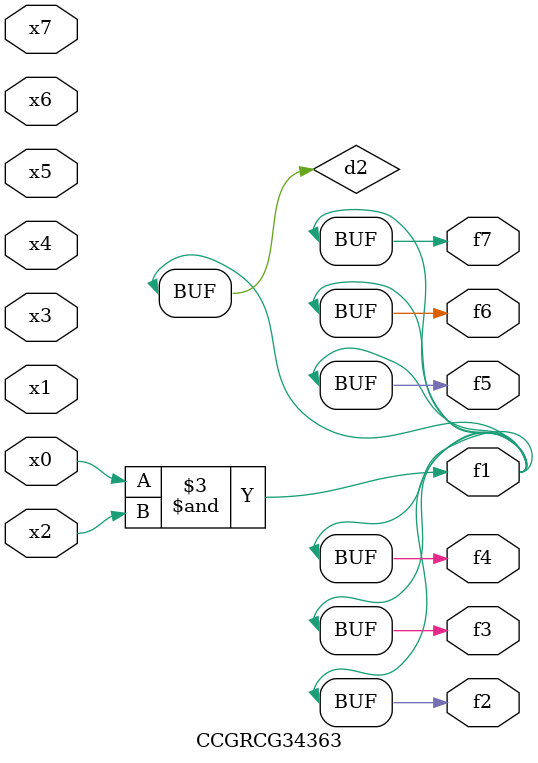
<source format=v>
module CCGRCG34363(
	input x0, x1, x2, x3, x4, x5, x6, x7,
	output f1, f2, f3, f4, f5, f6, f7
);

	wire d1, d2;

	nor (d1, x3, x6);
	and (d2, x0, x2);
	assign f1 = d2;
	assign f2 = d2;
	assign f3 = d2;
	assign f4 = d2;
	assign f5 = d2;
	assign f6 = d2;
	assign f7 = d2;
endmodule

</source>
